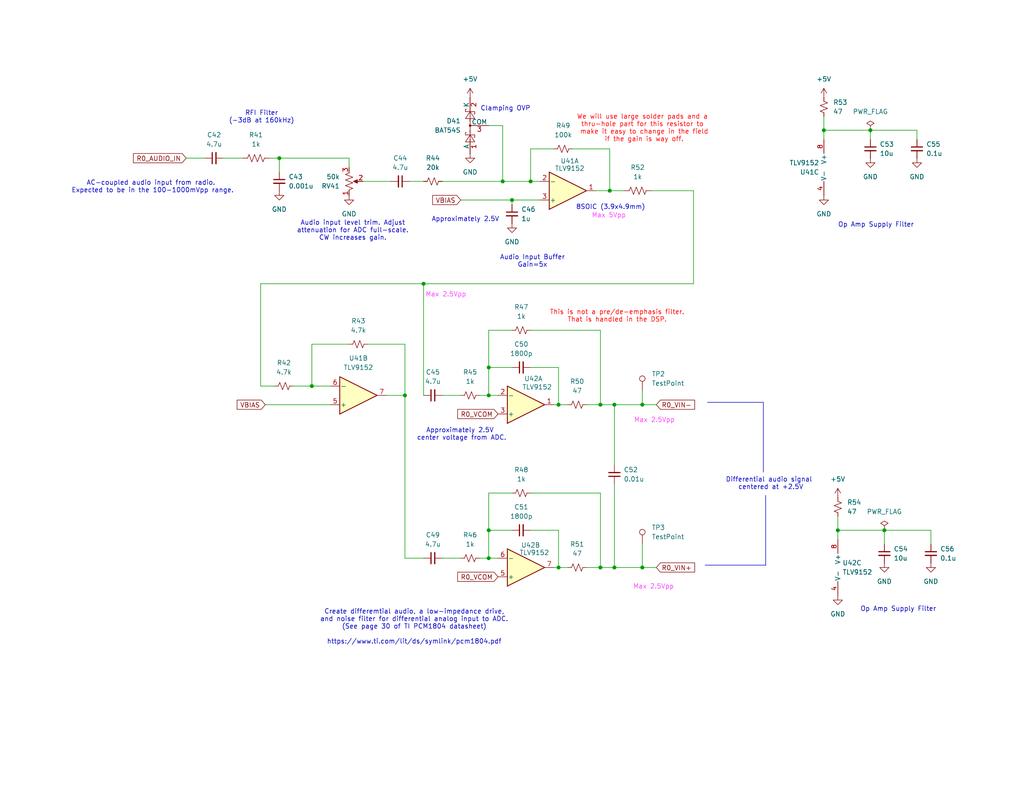
<source format=kicad_sch>
(kicad_sch (version 20250114) (generator "eeschema") (generator_version "9.0")
  (paper "USLetter")
  (title_block (date "2025-06-24"))
  (lib_symbols
    (symbol "Amplifier_Operational:TL072" (pin_names (offset 0.127))
      (property "Reference" "U" (at 0 5.08 0))
      (property "Value" "TL072" (at 0 -5.08 0))
      (symbol "TL072_1_1"
        (polyline (pts (xy -5.08 5.08) (xy 5.08 0) (xy -5.08 -5.08) (xy -5.08 5.08)) (stroke (width 0.254)) (fill (type background)))
        (pin input line (at -7.62 2.54 0) (length 2.54) (name "+") (number "3"))
        (pin input line (at -7.62 -2.54 0) (length 2.54) (name "-") (number "2"))
        (pin output line (at 7.62 0 180) (length 2.54) (name "~") (number "1"))
      )
      (symbol "TL072_2_1"
        (polyline (pts (xy -5.08 5.08) (xy 5.08 0) (xy -5.08 -5.08) (xy -5.08 5.08)) (stroke (width 0.254)) (fill (type background)))
        (pin input line (at -7.62 2.54 0) (length 2.54) (name "+") (number "5"))
        (pin input line (at -7.62 -2.54 0) (length 2.54) (name "-") (number "6"))
        (pin output line (at 7.62 0 180) (length 2.54) (name "~") (number "7"))
      )
      (symbol "TL072_3_1"
        (pin power_in line (at -2.54 7.62 270) (length 3.81) (name "V+") (number "8"))
        (pin power_in line (at -2.54 -7.62 90) (length 3.81) (name "V-") (number "4"))
      )
    )
    (symbol "Connector:TestPoint" (pin_numbers (hide yes)) (pin_names (offset 0.762) (hide yes))
      (property "Reference" "TP" (at 0 6.858 0))
      (property "Value" "TestPoint" (at 0 5.08 0))
      (symbol "TestPoint_0_1"
        (circle (center 0 3.302) (radius 0.762))
      )
      (symbol "TestPoint_1_1"
        (pin passive line (at 0 0 90) (length 2.54) (name "1") (number "1"))
      )
    )
    (symbol "Device:C_Small" (pin_numbers (hide yes)) (pin_names (offset 0.254) (hide yes))
      (property "Reference" "C" (at 0.254 1.778 0))
      (property "Value" "C_Small" (at 0.254 -2.032 0))
      (symbol "C_Small_0_1"
        (polyline (pts (xy -1.524 0.508) (xy 1.524 0.508)) (stroke (width 0.3048)))
        (polyline (pts (xy -1.524 -0.508) (xy 1.524 -0.508)) (stroke (width 0.3302)))
      )
      (symbol "C_Small_1_1"
        (pin passive line (at 0 2.54 270) (length 2.032) (name "~") (number "1"))
        (pin passive line (at 0 -2.54 90) (length 2.032) (name "~") (number "2"))
      )
    )
    (symbol "Device:R_Potentiometer_US" (pin_names (offset 1.016) (hide yes))
      (property "Reference" "RV" (at -4.445 0 90))
      (property "Value" "R_Potentiometer_US" (at -2.54 0 90))
      (symbol "R_Potentiometer_US_0_1"
        (polyline (pts (xy 0 2.54) (xy 0 2.286)))
        (polyline (pts (xy 0 2.286) (xy 1.016 1.905) (xy 0 1.524) (xy -1.016 1.143) (xy 0 0.762)))
        (polyline (pts (xy 0 0.762) (xy 1.016 0.381) (xy 0 0) (xy -1.016 -0.381) (xy 0 -0.762)))
        (polyline (pts (xy 0 -0.762) (xy 1.016 -1.143) (xy 0 -1.524) (xy -1.016 -1.905) (xy 0 -2.286)))
        (polyline (pts (xy 0 -2.286) (xy 0 -2.54)))
        (polyline (pts (xy 1.143 0) (xy 2.286 0.508) (xy 2.286 -0.508) (xy 1.143 0)) (fill (type outline)))
        (polyline (pts (xy 2.54 0) (xy 1.524 0)))
      )
      (symbol "R_Potentiometer_US_1_1"
        (pin passive line (at 0 3.81 270) (length 1.27) (name "1") (number "1"))
        (pin passive line (at 0 -3.81 90) (length 1.27) (name "3") (number "3"))
        (pin passive line (at 3.81 0 180) (length 1.27) (name "2") (number "2"))
      )
    )
    (symbol "Device:R_Small_US" (pin_numbers (hide yes)) (pin_names (offset 0.254) (hide yes))
      (property "Reference" "R" (at 0.762 0.508 0))
      (property "Value" "R_Small_US" (at 0.762 -1.016 0))
      (symbol "R_Small_US_1_1"
        (polyline (pts (xy 0 1.524) (xy 1.016 1.143) (xy 0 0.762) (xy -1.016 0.381) (xy 0 0)))
        (polyline (pts (xy 0 0) (xy 1.016 -0.381) (xy 0 -0.762) (xy -1.016 -1.143) (xy 0 -1.524)))
        (pin passive line (at 0 2.54 270) (length 1.016) (name "~") (number "1"))
        (pin passive line (at 0 -2.54 90) (length 1.016) (name "~") (number "2"))
      )
    )
    (symbol "Device:R_US" (pin_numbers (hide yes)) (pin_names (offset 0))
      (property "Reference" "R" (at 2.54 0 90))
      (property "Value" "R_US" (at -2.54 0 90))
      (symbol "R_US_0_1"
        (polyline (pts (xy 0 2.286) (xy 0 2.54)))
        (polyline (pts (xy 0 2.286) (xy 1.016 1.905) (xy 0 1.524) (xy -1.016 1.143) (xy 0 0.762)))
        (polyline (pts (xy 0 0.762) (xy 1.016 0.381) (xy 0 0) (xy -1.016 -0.381) (xy 0 -0.762)))
        (polyline (pts (xy 0 -0.762) (xy 1.016 -1.143) (xy 0 -1.524) (xy -1.016 -1.905) (xy 0 -2.286)))
        (polyline (pts (xy 0 -2.286) (xy 0 -2.54)))
      )
      (symbol "R_US_1_1"
        (pin passive line (at 0 3.81 270) (length 1.27) (name "~") (number "1"))
        (pin passive line (at 0 -3.81 90) (length 1.27) (name "~") (number "2"))
      )
    )
    (symbol "Diode:BAT54S" (pin_names (offset 0))
      (property "Reference" "D" (at 2.54 -5.08 0))
      (property "Value" "BAT54S" (at -6.35 3.175 0))
      (symbol "BAT54S_0_1"
        (polyline (pts (xy -4.445 1.27) (xy -4.445 -1.27) (xy -2.54 0) (xy -4.445 1.27)))
        (polyline (pts (xy -3.81 0) (xy -1.27 0)))
        (polyline (pts (xy -3.175 -1.27) (xy -3.175 -1.016)))
        (polyline (pts (xy -2.54 1.27) (xy -1.905 1.27)))
        (polyline (pts (xy -2.54 -1.27) (xy -3.175 -1.27)))
        (polyline (pts (xy -2.54 -1.27) (xy -2.54 1.27)))
        (polyline (pts (xy -1.905 1.27) (xy -1.905 1.016)))
        (polyline (pts (xy -1.905 0) (xy 1.905 0)))
        (circle (center 0 0) (radius 0.254) (fill (type outline)))
        (polyline (pts (xy 1.27 0) (xy 3.81 0)))
        (polyline (pts (xy 1.905 1.27) (xy 1.905 -1.27) (xy 3.81 0) (xy 1.905 1.27)))
        (polyline (pts (xy 3.175 -1.27) (xy 3.175 -1.016)))
        (polyline (pts (xy 3.81 1.27) (xy 4.445 1.27)))
        (polyline (pts (xy 3.81 -1.27) (xy 3.175 -1.27)))
        (polyline (pts (xy 3.81 -1.27) (xy 3.81 1.27)))
        (polyline (pts (xy 4.445 1.27) (xy 4.445 1.016)))
      )
      (symbol "BAT54S_1_1"
        (pin passive line (at -7.62 0 0) (length 3.81) (name "A") (number "1"))
        (pin passive line (at 0 -5.08 90) (length 5.08) (name "COM") (number "3"))
        (pin passive line (at 7.62 0 180) (length 3.81) (name "K") (number "2"))
      )
    )
    (symbol "power:+5V" (power) (pin_numbers (hide yes)) (pin_names (offset 0) (hide yes))
      (property "Value" "+5V" (at 0 3.556 0))
      (symbol "+5V_0_1"
        (polyline (pts (xy -0.762 1.27) (xy 0 2.54)))
        (polyline (pts (xy 0 2.54) (xy 0.762 1.27)))
        (polyline (pts (xy 0 0) (xy 0 2.54)))
      )
      (symbol "+5V_1_1"
        (pin power_in line (at 0 0 90) (length 0) (name "~") (number "1"))
      )
    )
    (symbol "power:GND" (power) (pin_numbers (hide yes)) (pin_names (offset 0) (hide yes))
      (property "Value" "GND" (at 0 -3.81 0))
      (symbol "GND_0_1"
        (polyline (pts (xy 0 0) (xy 0 -1.27) (xy 1.27 -1.27) (xy 0 -2.54) (xy -1.27 -1.27) (xy 0 -1.27)))
      )
      (symbol "GND_1_1"
        (pin power_in line (at 0 0 270) (length 0) (name "~") (number "1"))
      )
    )
    (symbol "power:PWR_FLAG" (power) (pin_numbers (hide yes)) (pin_names (offset 0) (hide yes))
      (property "Value" "PWR_FLAG" (at 0 3.81 0))
      (symbol "PWR_FLAG_0_0"
        (pin power_out line (at 0 0 90) (length 0) (name "~") (number "1"))
      )
      (symbol "PWR_FLAG_0_1"
        (polyline (pts (xy 0 0) (xy 0 1.27) (xy -1.016 1.905) (xy 0 2.54) (xy 1.016 1.905) (xy 0 1.27)))
      )
    )
  )
  (text "Approximately 2.5V\n" (at 127 59.944 0) (effects (font (size 1.27 1.27))))
  (text "Max 5Vpp" (at 166.116 58.928 0) (effects (font (size 1.27 1.27))))
  (text "Audio input level trim. Adjust\nattenuation for ADC full-scale.\nCW increases gain." (at 96.266 62.992 0) (effects (font (size 1.27 1.27))))
  (text "Op Amp Supply Filter" (at 245.11 166.37 0) (effects (font (size 1.27 1.27))))
  (text "Max 2.5Vpp" (at 121.666 80.518 0) (effects (font (size 1.27 1.27))))
  (text "We will use large solder pads and a \nthru-hole part for this resistor to \nmake it easy to change in the field\nif the gain is way off." (at 175.768 35.052 0) (effects (font (size 1.27 1.27))))
  (text "Create differemtial audio, a low-impedance drive,\nand noise filter for differential analog input to ADC.\n(See page 30 of TI PCM1804 datasheet)\n\nhttps://www.ti.com/lit/ds/symlink/pcm1804.pdf\n" (at 113.03 171.196 0) (effects (font (size 1.27 1.27))))
  (text "Max 2.5Vpp" (at 178.308 160.274 0) (effects (font (size 1.27 1.27))))
  (text "Op Amp Supply Filter" (at 239.014 61.468 0) (effects (font (size 1.27 1.27))))
  (text "RFI Filter\n(-3dB at 160kHz)" (at 71.374 32.004 0) (effects (font (size 1.27 1.27))))
  (text "Differential audio signal \ncentered at +2.5V" (at 210.312 132.08 0) (effects (font (size 1.27 1.27))))
  (text "8SOIC (3.9x4.9mm)" (at 166.624 56.642 0) (effects (font (size 1.27 1.27))))
  (text "This is not a pre/de-emphasis filter.\nThat is handled in the DSP." (at 168.402 86.36 0) (effects (font (size 1.27 1.27))))
  (text "Clamping OVP" (at 137.922 29.718 0) (effects (font (size 1.27 1.27))))
  (text "AC-coupled audio input from radio. \nExpected to be in the 100-1000mVpp range." (at 41.656 51.054 0) (effects (font (size 1.27 1.27))))
  (text "Approximately 2.5V \ncenter voltage from ADC." (at 125.984 118.618 0) (effects (font (size 1.27 1.27))))
  (text "Max 2.5Vpp" (at 178.562 114.808 0) (effects (font (size 1.27 1.27))))
  (text "Audio Input Buffer\nGain=5x" (at 145.288 71.374 0) (effects (font (size 1.27 1.27))))
  (junction (at 76.2 43.18))
  (junction (at 224.79 35.56))
  (junction (at 163.83 154.94))
  (junction (at 139.7 54.61))
  (junction (at 133.35 100.33))
  (junction (at 166.37 52.07))
  (junction (at 85.09 105.41))
  (junction (at 133.35 107.95))
  (junction (at 110.49 107.95))
  (junction (at 133.35 152.4))
  (junction (at 175.26 110.49))
  (junction (at 152.4 154.94))
  (junction (at 228.6 144.78))
  (junction (at 241.3 144.78))
  (junction (at 152.4 110.49))
  (junction (at 137.16 49.53))
  (junction (at 167.64 110.49))
  (junction (at 133.35 144.78))
  (junction (at 167.64 154.94))
  (junction (at 175.26 154.94))
  (junction (at 144.78 49.53))
  (junction (at 163.83 110.49))
  (junction (at 115.57 77.47))
  (junction (at 237.49 35.56))
  (wire (pts (xy 144.78 49.53) (xy 147.32 49.53)))
  (wire (pts (xy 137.16 34.29) (xy 137.16 49.53)))
  (wire (pts (xy 130.81 152.4) (xy 133.35 152.4)))
  (wire (pts (xy 95.25 43.18) (xy 95.25 45.72)))
  (wire (pts (xy 115.57 77.47) (xy 71.12 77.47)))
  (wire (pts (xy 160.02 154.94) (xy 163.83 154.94)))
  (wire (pts (xy 254 144.78) (xy 254 148.59)))
  (wire (pts (xy 110.49 93.98) (xy 110.49 107.95)))
  (wire (pts (xy 151.13 154.94) (xy 152.4 154.94)))
  (wire (pts (xy 175.26 148.59) (xy 175.26 154.94)))
  (wire (pts (xy 133.35 90.17) (xy 139.7 90.17)))
  (wire (pts (xy 167.64 110.49) (xy 175.26 110.49)))
  (wire (pts (xy 144.78 134.62) (xy 163.83 134.62)))
  (wire (pts (xy 60.96 43.18) (xy 66.04 43.18)))
  (wire (pts (xy 110.49 107.95) (xy 110.49 152.4)))
  (wire (pts (xy 76.2 43.18) (xy 95.25 43.18)))
  (wire (pts (xy 125.73 54.61) (xy 139.7 54.61)))
  (wire (pts (xy 167.64 154.94) (xy 175.26 154.94)))
  (wire (pts (xy 152.4 154.94) (xy 154.94 154.94)))
  (wire (pts (xy 100.33 93.98) (xy 110.49 93.98)))
  (wire (pts (xy 152.4 110.49) (xy 154.94 110.49)))
  (wire (pts (xy 224.79 31.75) (xy 224.79 35.56)))
  (wire (pts (xy 144.78 144.78) (xy 152.4 144.78)))
  (wire (pts (xy 163.83 90.17) (xy 163.83 110.49)))
  (wire (pts (xy 71.12 77.47) (xy 71.12 105.41)))
  (polyline (pts (xy 193.04 109.855) (xy 208.28 109.855)))
  (wire (pts (xy 80.01 105.41) (xy 85.09 105.41)))
  (wire (pts (xy 139.7 54.61) (xy 139.7 55.88)))
  (wire (pts (xy 133.35 34.29) (xy 137.16 34.29)))
  (wire (pts (xy 241.3 148.59) (xy 241.3 144.78)))
  (wire (pts (xy 175.26 154.94) (xy 179.07 154.94)))
  (wire (pts (xy 115.57 77.47) (xy 115.57 107.95)))
  (wire (pts (xy 144.78 100.33) (xy 152.4 100.33)))
  (polyline (pts (xy 208.28 109.855) (xy 208.28 128.905)))
  (wire (pts (xy 73.66 43.18) (xy 76.2 43.18)))
  (wire (pts (xy 224.79 35.56) (xy 237.49 35.56)))
  (wire (pts (xy 120.65 152.4) (xy 125.73 152.4)))
  (wire (pts (xy 85.09 93.98) (xy 85.09 105.41)))
  (wire (pts (xy 139.7 54.61) (xy 147.32 54.61)))
  (wire (pts (xy 163.83 154.94) (xy 167.64 154.94)))
  (wire (pts (xy 99.06 49.53) (xy 106.68 49.53)))
  (polyline (pts (xy 208.915 135.255) (xy 208.915 154.305)))
  (wire (pts (xy 166.37 40.64) (xy 166.37 52.07)))
  (wire (pts (xy 120.65 49.53) (xy 137.16 49.53)))
  (wire (pts (xy 133.35 134.62) (xy 133.35 144.78)))
  (wire (pts (xy 76.2 43.18) (xy 76.2 46.99)))
  (wire (pts (xy 133.35 134.62) (xy 139.7 134.62)))
  (wire (pts (xy 241.3 144.78) (xy 254 144.78)))
  (wire (pts (xy 133.35 107.95) (xy 135.89 107.95)))
  (wire (pts (xy 166.37 52.07) (xy 170.18 52.07)))
  (wire (pts (xy 167.64 132.08) (xy 167.64 154.94)))
  (wire (pts (xy 137.16 49.53) (xy 144.78 49.53)))
  (wire (pts (xy 162.56 52.07) (xy 166.37 52.07)))
  (wire (pts (xy 163.83 110.49) (xy 167.64 110.49)))
  (wire (pts (xy 160.02 110.49) (xy 163.83 110.49)))
  (wire (pts (xy 177.8 52.07) (xy 189.23 52.07)))
  (wire (pts (xy 111.76 49.53) (xy 115.57 49.53)))
  (wire (pts (xy 189.23 52.07) (xy 189.23 77.47)))
  (wire (pts (xy 151.13 110.49) (xy 152.4 110.49)))
  (wire (pts (xy 189.23 77.47) (xy 115.57 77.47)))
  (wire (pts (xy 175.26 110.49) (xy 179.07 110.49)))
  (wire (pts (xy 72.39 110.49) (xy 90.17 110.49)))
  (wire (pts (xy 152.4 144.78) (xy 152.4 154.94)))
  (wire (pts (xy 133.35 152.4) (xy 135.89 152.4)))
  (wire (pts (xy 133.35 144.78) (xy 133.35 152.4)))
  (wire (pts (xy 95.25 93.98) (xy 85.09 93.98)))
  (wire (pts (xy 110.49 152.4) (xy 115.57 152.4)))
  (wire (pts (xy 224.79 35.56) (xy 224.79 38.1)))
  (wire (pts (xy 71.12 105.41) (xy 74.93 105.41)))
  (wire (pts (xy 133.35 90.17) (xy 133.35 100.33)))
  (wire (pts (xy 156.21 40.64) (xy 166.37 40.64)))
  (wire (pts (xy 152.4 100.33) (xy 152.4 110.49)))
  (wire (pts (xy 250.19 35.56) (xy 237.49 35.56)))
  (wire (pts (xy 133.35 100.33) (xy 139.7 100.33)))
  (wire (pts (xy 228.6 144.78) (xy 228.6 147.32)))
  (wire (pts (xy 250.19 38.1) (xy 250.19 35.56)))
  (wire (pts (xy 85.09 105.41) (xy 90.17 105.41)))
  (wire (pts (xy 120.65 107.95) (xy 125.73 107.95)))
  (wire (pts (xy 237.49 38.1) (xy 237.49 35.56)))
  (wire (pts (xy 163.83 134.62) (xy 163.83 154.94)))
  (wire (pts (xy 130.81 107.95) (xy 133.35 107.95)))
  (wire (pts (xy 144.78 90.17) (xy 163.83 90.17)))
  (wire (pts (xy 50.8 43.18) (xy 55.88 43.18)))
  (wire (pts (xy 228.6 144.78) (xy 241.3 144.78)))
  (wire (pts (xy 144.78 40.64) (xy 144.78 49.53)))
  (wire (pts (xy 175.26 106.68) (xy 175.26 110.49)))
  (polyline (pts (xy 192.405 154.305) (xy 208.915 154.305)))
  (wire (pts (xy 144.78 40.64) (xy 151.13 40.64)))
  (wire (pts (xy 133.35 100.33) (xy 133.35 107.95)))
  (wire (pts (xy 167.64 110.49) (xy 167.64 127)))
  (wire (pts (xy 133.35 144.78) (xy 139.7 144.78)))
  (wire (pts (xy 105.41 107.95) (xy 110.49 107.95)))
  (wire (pts (xy 228.6 140.97) (xy 228.6 144.78)))
  (global_label "R0_AUDIO_IN" (shape input) (at 50.8 43.18 180) (property "Intersheetrefs" "${INTERSHEET_REFS}" (effects (hide yes))))
  (global_label "R0_VCOM" (shape input) (at 135.89 157.48 180) (property "Intersheetrefs" "${INTERSHEET_REFS}" (effects (hide yes))))
  (global_label "VBIAS" (shape input) (at 72.39 110.49 180) (property "Intersheetrefs" "${INTERSHEET_REFS}" (effects (hide yes))))
  (global_label "R0_VIN-" (shape input) (at 179.07 110.49 0) (property "Intersheetrefs" "${INTERSHEET_REFS}" (effects (hide yes))))
  (global_label "R0_VIN+" (shape input) (at 179.07 154.94 0) (property "Intersheetrefs" "${INTERSHEET_REFS}" (effects (hide yes))))
  (global_label "VBIAS" (shape input) (at 125.73 54.61 180) (property "Intersheetrefs" "${INTERSHEET_REFS}" (effects (hide yes))))
  (global_label "R0_VCOM" (shape input) (at 135.89 113.03 180) (property "Intersheetrefs" "${INTERSHEET_REFS}" (effects (hide yes))))
  (symbol (lib_id "Amplifier_Operational:TL072") (at 143.51 110.49 0) (mirror x) (unit 1)
    (property "Reference" "U42" (at 145.542 103.378 0))
    (property "Value" "TLV9152" (at 146.558 105.664 0))
    (property "Footprint" "Package_SO:SOIC-8_3.9x4.9mm_P1.27mm" (effects (hide yes)))
    (property "Datasheet" "http://www.ti.com/lit/ds/symlink/tl071.pdf" (effects (hide yes)))
    (property "Description" "Dual Low-Noise JFET-Input Operational Amplifiers, DIP-8/SOIC-8" (effects (hide yes)))
  )
  (symbol (lib_id "power:GND") (at 228.6 162.56 0) (unit 1)
    (property "Reference" "#PWR0119" (effects (hide yes)))
    (property "Value" "GND" (at 228.6 167.64 0))
    (property "Description" "Power symbol creates a global label with name \"GND\" , ground" (effects (hide yes)))
  )
  (symbol (lib_id "Device:R_US") (at 69.85 43.18 90) (unit 1)
    (property "Reference" "R41" (at 69.85 36.83 90))
    (property "Value" "1k" (at 69.85 39.37 90))
    (property "Footprint" "Resistor_SMD:R_0805_2012Metric_Pad1.20x1.40mm_HandSolder" (effects (hide yes)))
    (property "Description" "Resistor, US symbol" (effects (hide yes)))
  )
  (symbol (lib_id "power:PWR_FLAG") (at 241.3 144.78 0) (unit 1)
    (property "Reference" "#FLG042" (effects (hide yes)))
    (property "Value" "PWR_FLAG" (at 241.3 139.7 0))
    (property "Description" "Special symbol for telling ERC where power comes from" (effects (hide yes)))
  )
  (symbol (lib_id "Amplifier_Operational:TL072") (at 231.14 154.94 0) (unit 3)
    (property "Reference" "U42" (at 229.87 153.6699 0) (effects (justify left)))
    (property "Value" "TLV9152" (at 229.87 156.2099 0) (effects (justify left)))
    (property "Footprint" "Package_SO:SOIC-8_3.9x4.9mm_P1.27mm" (effects (hide yes)))
    (property "Datasheet" "http://www.ti.com/lit/ds/symlink/tl071.pdf" (effects (hide yes)))
    (property "Description" "Dual Low-Noise JFET-Input Operational Amplifiers, DIP-8/SOIC-8" (effects (hide yes)))
  )
  (symbol (lib_id "power:GND") (at 237.49 43.18 0) (unit 1)
    (property "Reference" "#PWR0120" (effects (hide yes)))
    (property "Value" "GND" (at 237.49 48.26 0))
    (property "Description" "Power symbol creates a global label with name \"GND\" , ground" (effects (hide yes)))
  )
  (symbol (lib_id "Diode:BAT54S") (at 128.27 34.29 90) (unit 1)
    (property "Reference" "D41" (at 125.73 33.0199 90) (effects (justify left)))
    (property "Value" "BAT54S" (at 125.73 35.5599 90) (effects (justify left)))
    (property "Footprint" "Package_TO_SOT_SMD:SOT-23" (effects (hide yes)))
    (property "Datasheet" "https://www.diodes.com/assets/Datasheets/ds11005.pdf" (effects (hide yes)))
    (property "Description" "Vr 30V, If 200mA, Dual schottky barrier diode, in series, SOT-323" (effects (hide yes)))
  )
  (symbol (lib_id "Device:R_Small_US") (at 77.47 105.41 90) (unit 1)
    (property "Reference" "R42" (at 77.47 99.06 90))
    (property "Value" "4.7k" (at 77.47 101.6 90))
    (property "Footprint" "Resistor_SMD:R_0805_2012Metric_Pad1.20x1.40mm_HandSolder" (effects (hide yes)))
    (property "Description" "Resistor, small US symbol" (effects (hide yes)))
  )
  (symbol (lib_id "power:GND") (at 76.2 52.07 0) (unit 1)
    (property "Reference" "#PWR069" (effects (hide yes)))
    (property "Value" "GND" (at 76.2 57.15 0))
    (property "Description" "Power symbol creates a global label with name \"GND\" , ground" (effects (hide yes)))
  )
  (symbol (lib_id "power:GND") (at 139.7 60.96 0) (unit 1)
    (property "Reference" "#PWR0155" (effects (hide yes)))
    (property "Value" "GND" (at 139.7 66.04 0))
    (property "Description" "Power symbol creates a global label with name \"GND\" , ground" (effects (hide yes)))
  )
  (symbol (lib_id "power:+5V") (at 128.27 26.67 0) (unit 1)
    (property "Reference" "#PWR0109" (effects (hide yes)))
    (property "Value" "+5V" (at 128.27 21.59 0))
    (property "Description" "Power symbol creates a global label with name \"+5V\"" (effects (hide yes)))
  )
  (symbol (lib_id "Device:C_Small") (at 109.22 49.53 270) (unit 1)
    (property "Reference" "C44" (at 109.2136 43.18 90))
    (property "Value" "4.7u" (at 109.2136 45.72 90))
    (property "Footprint" "Capacitor_SMD:C_0805_2012Metric_Pad1.18x1.45mm_HandSolder" (effects (hide yes)))
    (property "Description" "Unpolarized capacitor, small symbol" (effects (hide yes)))
  )
  (symbol (lib_id "Device:R_Small_US") (at 157.48 154.94 90) (unit 1)
    (property "Reference" "R51" (at 157.48 148.59 90))
    (property "Value" "47" (at 157.48 151.13 90))
    (property "Footprint" "Resistor_SMD:R_0805_2012Metric_Pad1.20x1.40mm_HandSolder" (effects (hide yes)))
    (property "Description" "Resistor, small US symbol" (effects (hide yes)))
  )
  (symbol (lib_id "Device:R_Small_US") (at 97.79 93.98 90) (unit 1)
    (property "Reference" "R43" (at 97.79 87.63 90))
    (property "Value" "4.7k" (at 97.79 90.17 90))
    (property "Footprint" "Resistor_SMD:R_0805_2012Metric_Pad1.20x1.40mm_HandSolder" (effects (hide yes)))
    (property "Description" "Resistor, small US symbol" (effects (hide yes)))
  )
  (symbol (lib_id "Device:C_Small") (at 254 151.13 0) (unit 1)
    (property "Reference" "C56" (at 256.54 149.8662 0) (effects (justify left)))
    (property "Value" "0.1u" (at 256.54 152.4062 0) (effects (justify left)))
    (property "Footprint" "Capacitor_SMD:C_0805_2012Metric_Pad1.18x1.45mm_HandSolder" (effects (hide yes)))
    (property "Description" "Unpolarized capacitor, small symbol" (effects (hide yes)))
  )
  (symbol (lib_id "Device:R_Small_US") (at 224.79 29.21 0) (unit 1)
    (property "Reference" "R53" (at 227.33 27.9399 0) (effects (justify left)))
    (property "Value" "47" (at 227.33 30.4799 0) (effects (justify left)))
    (property "Footprint" "Resistor_SMD:R_0805_2012Metric_Pad1.20x1.40mm_HandSolder" (effects (hide yes)))
    (property "Description" "Resistor, small US symbol" (effects (hide yes)))
  )
  (symbol (lib_id "Device:R_Small_US") (at 142.24 90.17 90) (unit 1)
    (property "Reference" "R47" (at 142.24 83.82 90))
    (property "Value" "1k" (at 142.24 86.36 90))
    (property "Footprint" "Resistor_SMD:R_0805_2012Metric_Pad1.20x1.40mm_HandSolder" (effects (hide yes)))
    (property "Description" "Resistor, small US symbol" (effects (hide yes)))
  )
  (symbol (lib_id "power:GND") (at 254 153.67 0) (unit 1)
    (property "Reference" "#PWR0123" (effects (hide yes)))
    (property "Value" "GND" (at 254 158.75 0))
    (property "Description" "Power symbol creates a global label with name \"GND\" , ground" (effects (hide yes)))
  )
  (symbol (lib_id "Device:C_Small") (at 76.2 49.53 0) (unit 1)
    (property "Reference" "C43" (at 78.74 48.2662 0) (effects (justify left)))
    (property "Value" "0.001u" (at 78.74 50.8062 0) (effects (justify left)))
    (property "Footprint" "Capacitor_SMD:C_0805_2012Metric_Pad1.18x1.45mm_HandSolder" (effects (hide yes)))
    (property "Description" "Unpolarized capacitor, small symbol" (effects (hide yes)))
  )
  (symbol (lib_id "Device:R_Small_US") (at 153.67 40.64 90) (unit 1)
    (property "Reference" "R49" (at 153.67 34.29 90))
    (property "Value" "100k" (at 153.67 36.83 90))
    (property "Footprint" "Resistor_THT:R_Axial_DIN0516_L15.5mm_D5.0mm_P5.08mm_Vertical" (effects (hide yes)))
    (property "Description" "Resistor, small US symbol" (effects (hide yes)))
  )
  (symbol (lib_id "Device:R_Small_US") (at 142.24 134.62 90) (unit 1)
    (property "Reference" "R48" (at 142.24 128.27 90))
    (property "Value" "1k" (at 142.24 130.81 90))
    (property "Footprint" "Resistor_SMD:R_0805_2012Metric_Pad1.20x1.40mm_HandSolder" (effects (hide yes)))
    (property "Description" "Resistor, small US symbol" (effects (hide yes)))
  )
  (symbol (lib_id "Device:C_Small") (at 241.3 151.13 0) (unit 1)
    (property "Reference" "C54" (at 243.84 149.8662 0) (effects (justify left)))
    (property "Value" "10u" (at 243.84 152.4062 0) (effects (justify left)))
    (property "Footprint" "Capacitor_SMD:C_0805_2012Metric_Pad1.18x1.45mm_HandSolder" (effects (hide yes)))
    (property "Description" "Unpolarized capacitor, small symbol" (effects (hide yes)))
  )
  (symbol (lib_id "Device:R_Small_US") (at 228.6 138.43 0) (unit 1)
    (property "Reference" "R54" (at 231.14 137.1599 0) (effects (justify left)))
    (property "Value" "47" (at 231.14 139.6999 0) (effects (justify left)))
    (property "Footprint" "Resistor_SMD:R_0805_2012Metric_Pad1.20x1.40mm_HandSolder" (effects (hide yes)))
    (property "Description" "Resistor, small US symbol" (effects (hide yes)))
  )
  (symbol (lib_id "Device:R_Small_US") (at 128.27 152.4 90) (unit 1)
    (property "Reference" "R46" (at 128.27 146.05 90))
    (property "Value" "1k" (at 128.27 148.59 90))
    (property "Footprint" "Resistor_SMD:R_0805_2012Metric_Pad1.20x1.40mm_HandSolder" (effects (hide yes)))
    (property "Description" "Resistor, small US symbol" (effects (hide yes)))
  )
  (symbol (lib_id "Device:C_Small") (at 237.49 40.64 0) (unit 1)
    (property "Reference" "C53" (at 240.03 39.3762 0) (effects (justify left)))
    (property "Value" "10u" (at 240.03 41.9162 0) (effects (justify left)))
    (property "Footprint" "Capacitor_SMD:C_0805_2012Metric_Pad1.18x1.45mm_HandSolder" (effects (hide yes)))
    (property "Description" "Unpolarized capacitor, small symbol" (effects (hide yes)))
  )
  (symbol (lib_id "Amplifier_Operational:TL072") (at 143.51 154.94 0) (mirror x) (unit 2)
    (property "Reference" "U42" (at 144.78 148.844 0))
    (property "Value" "TLV9152" (at 145.796 150.876 0))
    (property "Footprint" "Package_SO:SOIC-8_3.9x4.9mm_P1.27mm" (effects (hide yes)))
    (property "Datasheet" "http://www.ti.com/lit/ds/symlink/tl071.pdf" (effects (hide yes)))
    (property "Description" "Dual Low-Noise JFET-Input Operational Amplifiers, DIP-8/SOIC-8" (effects (hide yes)))
  )
  (symbol (lib_id "Device:C_Small") (at 142.24 144.78 90) (unit 1)
    (property "Reference" "C51" (at 142.2463 138.43 90))
    (property "Value" "1800p" (at 142.2463 140.97 90))
    (property "Footprint" "Capacitor_SMD:C_0805_2012Metric_Pad1.18x1.45mm_HandSolder" (effects (hide yes)))
    (property "Description" "Unpolarized capacitor, small symbol" (effects (hide yes)))
  )
  (symbol (lib_id "Device:C_Small") (at 118.11 152.4 90) (unit 1)
    (property "Reference" "C49" (at 118.1163 146.05 90))
    (property "Value" "4.7u" (at 118.1163 148.59 90))
    (property "Footprint" "Capacitor_SMD:C_0805_2012Metric_Pad1.18x1.45mm_HandSolder" (effects (hide yes)))
    (property "Description" "Unpolarized capacitor, small symbol" (effects (hide yes)))
  )
  (symbol (lib_id "power:+5V") (at 224.79 26.67 0) (unit 1)
    (property "Reference" "#PWR0116" (effects (hide yes)))
    (property "Value" "+5V" (at 224.79 21.59 0))
    (property "Description" "Power symbol creates a global label with name \"+5V\"" (effects (hide yes)))
  )
  (symbol (lib_id "Device:C_Small") (at 142.24 100.33 90) (unit 1)
    (property "Reference" "C50" (at 142.2463 93.98 90))
    (property "Value" "1800p" (at 142.2463 96.52 90))
    (property "Footprint" "Capacitor_SMD:C_0805_2012Metric_Pad1.18x1.45mm_HandSolder" (effects (hide yes)))
    (property "Description" "Unpolarized capacitor, small symbol" (effects (hide yes)))
  )
  (symbol (lib_id "Device:R_Small_US") (at 157.48 110.49 90) (unit 1)
    (property "Reference" "R50" (at 157.48 104.14 90))
    (property "Value" "47" (at 157.48 106.68 90))
    (property "Footprint" "Resistor_SMD:R_0805_2012Metric_Pad1.20x1.40mm_HandSolder" (effects (hide yes)))
    (property "Description" "Resistor, small US symbol" (effects (hide yes)))
  )
  (symbol (lib_id "Amplifier_Operational:TL072") (at 154.94 52.07 0) (mirror x) (unit 1)
    (property "Reference" "U41" (at 155.448 43.942 0))
    (property "Value" "TLV9152" (at 155.448 45.974 0))
    (property "Footprint" "Package_SO:SOIC-8_3.9x4.9mm_P1.27mm" (effects (hide yes)))
    (property "Datasheet" "http://www.ti.com/lit/ds/symlink/tl071.pdf" (effects (hide yes)))
    (property "Description" "Dual Low-Noise JFET-Input Operational Amplifiers, DIP-8/SOIC-8" (effects (hide yes)))
  )
  (symbol (lib_id "Amplifier_Operational:TL072") (at 227.33 45.72 0) (unit 3)
    (property "Reference" "U41" (at 223.52 46.9901 0) (effects (justify right)))
    (property "Value" "TLV9152" (at 223.52 44.4501 0) (effects (justify right)))
    (property "Footprint" "Package_SO:SOIC-8_3.9x4.9mm_P1.27mm" (effects (hide yes)))
    (property "Datasheet" "http://www.ti.com/lit/ds/symlink/tl071.pdf" (effects (hide yes)))
    (property "Description" "Dual Low-Noise JFET-Input Operational Amplifiers, DIP-8/SOIC-8" (effects (hide yes)))
  )
  (symbol (lib_id "Device:R_Small_US") (at 118.11 49.53 90) (unit 1)
    (property "Reference" "R44" (at 118.11 43.18 90))
    (property "Value" "20k" (at 118.11 45.72 90))
    (property "Footprint" "Resistor_SMD:R_0805_2012Metric_Pad1.20x1.40mm_HandSolder" (effects (hide yes)))
    (property "Description" "Resistor, small US symbol" (effects (hide yes)))
  )
  (symbol (lib_id "power:GND") (at 224.79 53.34 0) (unit 1)
    (property "Reference" "#PWR0117" (effects (hide yes)))
    (property "Value" "GND" (at 224.79 58.42 0))
    (property "Description" "Power symbol creates a global label with name \"GND\" , ground" (effects (hide yes)))
  )
  (symbol (lib_id "Connector:TestPoint") (at 175.26 106.68 0) (unit 1)
    (property "Reference" "TP2" (at 177.8 102.1079 0) (effects (justify left)))
    (property "Value" "TestPoint" (at 177.8 104.6479 0) (effects (justify left)))
    (property "Footprint" "TestPoint:TestPoint_Pad_2.5x2.5mm" (effects (hide yes)))
    (property "Description" "test point" (effects (hide yes)))
  )
  (symbol (lib_id "Device:C_Small") (at 118.11 107.95 90) (unit 1)
    (property "Reference" "C45" (at 118.1163 101.6 90))
    (property "Value" "4.7u" (at 118.1163 104.14 90))
    (property "Footprint" "Capacitor_SMD:C_0805_2012Metric_Pad1.18x1.45mm_HandSolder" (effects (hide yes)))
    (property "Description" "Unpolarized capacitor, small symbol" (effects (hide yes)))
  )
  (symbol (lib_id "power:+5V") (at 228.6 135.89 0) (unit 1)
    (property "Reference" "#PWR0118" (effects (hide yes)))
    (property "Value" "+5V" (at 228.6 130.81 0))
    (property "Description" "Power symbol creates a global label with name \"+5V\"" (effects (hide yes)))
  )
  (symbol (lib_id "power:GND") (at 250.19 43.18 0) (unit 1)
    (property "Reference" "#PWR0122" (effects (hide yes)))
    (property "Value" "GND" (at 250.19 48.26 0))
    (property "Description" "Power symbol creates a global label with name \"GND\" , ground" (effects (hide yes)))
  )
  (symbol (lib_id "Device:C_Small") (at 139.7 58.42 0) (unit 1)
    (property "Reference" "C46" (at 142.24 57.1562 0) (effects (justify left)))
    (property "Value" "1u" (at 142.24 59.6962 0) (effects (justify left)))
    (property "Footprint" "Capacitor_SMD:C_0805_2012Metric_Pad1.18x1.45mm_HandSolder" (effects (hide yes)))
    (property "Description" "Unpolarized capacitor, small symbol" (effects (hide yes)))
  )
  (symbol (lib_id "power:GND") (at 128.27 41.91 0) (unit 1)
    (property "Reference" "#PWR0110" (effects (hide yes)))
    (property "Value" "GND" (at 128.27 46.99 0))
    (property "Description" "Power symbol creates a global label with name \"GND\" , ground" (effects (hide yes)))
  )
  (symbol (lib_id "Device:R_Small_US") (at 128.27 107.95 90) (unit 1)
    (property "Reference" "R45" (at 128.27 101.6 90))
    (property "Value" "1k" (at 128.27 104.14 90))
    (property "Footprint" "Resistor_SMD:R_0805_2012Metric_Pad1.20x1.40mm_HandSolder" (effects (hide yes)))
    (property "Description" "Resistor, small US symbol" (effects (hide yes)))
  )
  (symbol (lib_id "Device:C_Small") (at 250.19 40.64 0) (unit 1)
    (property "Reference" "C55" (at 252.73 39.3762 0) (effects (justify left)))
    (property "Value" "0.1u" (at 252.73 41.9162 0) (effects (justify left)))
    (property "Footprint" "Capacitor_SMD:C_0805_2012Metric_Pad1.18x1.45mm_HandSolder" (effects (hide yes)))
    (property "Description" "Unpolarized capacitor, small symbol" (effects (hide yes)))
  )
  (symbol (lib_id "power:GND") (at 241.3 153.67 0) (unit 1)
    (property "Reference" "#PWR0121" (effects (hide yes)))
    (property "Value" "GND" (at 241.3 158.75 0))
    (property "Description" "Power symbol creates a global label with name \"GND\" , ground" (effects (hide yes)))
  )
  (symbol (lib_id "power:GND") (at 95.25 53.34 0) (unit 1)
    (property "Reference" "#PWR071" (effects (hide yes)))
    (property "Value" "GND" (at 95.25 58.42 0))
    (property "Description" "Power symbol creates a global label with name \"GND\" , ground" (effects (hide yes)))
  )
  (symbol (lib_id "Device:R_US") (at 173.99 52.07 90) (unit 1)
    (property "Reference" "R52" (at 173.99 45.72 90))
    (property "Value" "1k" (at 173.99 48.26 90))
    (property "Footprint" "Resistor_SMD:R_0805_2012Metric_Pad1.20x1.40mm_HandSolder" (effects (hide yes)))
    (property "Description" "Resistor, US symbol" (effects (hide yes)))
  )
  (symbol (lib_id "Device:C_Small") (at 167.64 129.54 180) (unit 1)
    (property "Reference" "C52" (at 170.18 128.2635 0) (effects (justify right)))
    (property "Value" "0.01u" (at 170.18 130.8035 0) (effects (justify right)))
    (property "Footprint" "Capacitor_SMD:C_0805_2012Metric_Pad1.18x1.45mm_HandSolder" (effects (hide yes)))
    (property "Description" "Unpolarized capacitor, small symbol" (effects (hide yes)))
  )
  (symbol (lib_id "Device:C_Small") (at 58.42 43.18 90) (unit 1)
    (property "Reference" "C42" (at 58.4263 36.83 90))
    (property "Value" "4.7u" (at 58.4263 39.37 90))
    (property "Footprint" "Capacitor_SMD:C_0805_2012Metric_Pad1.18x1.45mm_HandSolder" (effects (hide yes)))
    (property "Description" "Unpolarized capacitor, small symbol" (effects (hide yes)))
  )
  (symbol (lib_id "power:PWR_FLAG") (at 237.49 35.56 0) (unit 1)
    (property "Reference" "#FLG041" (effects (hide yes)))
    (property "Value" "PWR_FLAG" (at 237.49 30.48 0))
    (property "Description" "Special symbol for telling ERC where power comes from" (effects (hide yes)))
  )
  (symbol (lib_id "Connector:TestPoint") (at 175.26 148.59 0) (unit 1)
    (property "Reference" "TP3" (at 177.8 144.0179 0) (effects (justify left)))
    (property "Value" "TestPoint" (at 177.8 146.5579 0) (effects (justify left)))
    (property "Footprint" "TestPoint:TestPoint_Pad_2.5x2.5mm" (effects (hide yes)))
    (property "Description" "test point" (effects (hide yes)))
  )
  (symbol (lib_id "Device:R_Potentiometer_US") (at 95.25 49.53 0) (mirror x) (unit 1)
    (property "Reference" "RV41" (at 92.71 50.8001 0) (effects (justify right)))
    (property "Value" "50k" (at 92.71 48.2601 0) (effects (justify right)))
    (property "Footprint" "bruce-footprints:POT_3362P" (effects (hide yes)))
    (property "Description" "Potentiometer, US symbol" (effects (hide yes)))
  )
  (symbol (lib_id "Amplifier_Operational:TL072") (at 97.79 107.95 0) (mirror x) (unit 2)
    (property "Reference" "U41" (at 97.79 97.79 0))
    (property "Value" "TLV9152" (at 97.79 100.33 0))
    (property "Footprint" "Package_SO:SOIC-8_3.9x4.9mm_P1.27mm" (effects (hide yes)))
    (property "Datasheet" "http://www.ti.com/lit/ds/symlink/tl071.pdf" (effects (hide yes)))
    (property "Description" "Dual Low-Noise JFET-Input Operational Amplifiers, DIP-8/SOIC-8" (effects (hide yes)))
  )
)
</source>
